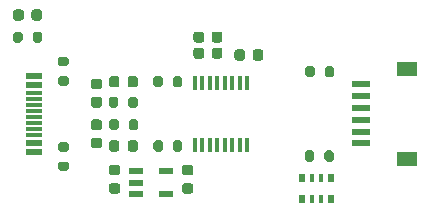
<source format=gbr>
%TF.GenerationSoftware,KiCad,Pcbnew,5.1.10-88a1d61d58~90~ubuntu20.04.1*%
%TF.CreationDate,2021-07-15T12:02:29+05:30*%
%TF.ProjectId,kimchi-uart-adapter,6b696d63-6869-42d7-9561-72742d616461,rev?*%
%TF.SameCoordinates,Original*%
%TF.FileFunction,Paste,Top*%
%TF.FilePolarity,Positive*%
%FSLAX46Y46*%
G04 Gerber Fmt 4.6, Leading zero omitted, Abs format (unit mm)*
G04 Created by KiCad (PCBNEW 5.1.10-88a1d61d58~90~ubuntu20.04.1) date 2021-07-15 12:02:29*
%MOMM*%
%LPD*%
G01*
G04 APERTURE LIST*
%ADD10R,1.450000X0.600000*%
%ADD11R,1.450000X0.300000*%
%ADD12R,0.400000X1.200000*%
%ADD13R,0.500000X0.800000*%
%ADD14R,0.400000X0.800000*%
%ADD15R,1.200000X0.600000*%
%ADD16R,1.550000X0.600000*%
%ADD17R,1.800000X1.200000*%
G04 APERTURE END LIST*
D10*
%TO.C,J1*%
X141045000Y-97130000D03*
X141045000Y-97930000D03*
D11*
X141045000Y-100130000D03*
X141045000Y-99630000D03*
X141045000Y-99130000D03*
X141045000Y-98630000D03*
X141045000Y-100630000D03*
X141045000Y-101130000D03*
X141045000Y-101630000D03*
X141045000Y-102130000D03*
D10*
X141045000Y-102830000D03*
X141045000Y-103630000D03*
%TD*%
D12*
%TO.C,U2*%
X154697500Y-102980000D03*
X155332500Y-102980000D03*
X155967500Y-102980000D03*
X156602500Y-102980000D03*
X157237500Y-102980000D03*
X157872500Y-102980000D03*
X158507500Y-102980000D03*
X159142500Y-102980000D03*
X159142500Y-97780000D03*
X158507500Y-97780000D03*
X157872500Y-97780000D03*
X157237500Y-97780000D03*
X156602500Y-97780000D03*
X155967500Y-97780000D03*
X155332500Y-97780000D03*
X154697500Y-97780000D03*
%TD*%
%TO.C,C4*%
G36*
G01*
X146620000Y-98295000D02*
X146120000Y-98295000D01*
G75*
G02*
X145895000Y-98070000I0J225000D01*
G01*
X145895000Y-97620000D01*
G75*
G02*
X146120000Y-97395000I225000J0D01*
G01*
X146620000Y-97395000D01*
G75*
G02*
X146845000Y-97620000I0J-225000D01*
G01*
X146845000Y-98070000D01*
G75*
G02*
X146620000Y-98295000I-225000J0D01*
G01*
G37*
G36*
G01*
X146620000Y-99845000D02*
X146120000Y-99845000D01*
G75*
G02*
X145895000Y-99620000I0J225000D01*
G01*
X145895000Y-99170000D01*
G75*
G02*
X146120000Y-98945000I225000J0D01*
G01*
X146620000Y-98945000D01*
G75*
G02*
X146845000Y-99170000I0J-225000D01*
G01*
X146845000Y-99620000D01*
G75*
G02*
X146620000Y-99845000I-225000J0D01*
G01*
G37*
%TD*%
D13*
%TO.C,RN1*%
X163790000Y-107610000D03*
D14*
X164590000Y-107610000D03*
D13*
X166190000Y-107610000D03*
D14*
X165390000Y-107610000D03*
D13*
X163790000Y-105810000D03*
D14*
X165390000Y-105810000D03*
X164590000Y-105810000D03*
D13*
X166190000Y-105810000D03*
%TD*%
%TO.C,C1*%
G36*
G01*
X141765000Y-91760000D02*
X141765000Y-92260000D01*
G75*
G02*
X141540000Y-92485000I-225000J0D01*
G01*
X141090000Y-92485000D01*
G75*
G02*
X140865000Y-92260000I0J225000D01*
G01*
X140865000Y-91760000D01*
G75*
G02*
X141090000Y-91535000I225000J0D01*
G01*
X141540000Y-91535000D01*
G75*
G02*
X141765000Y-91760000I0J-225000D01*
G01*
G37*
G36*
G01*
X140215000Y-91760000D02*
X140215000Y-92260000D01*
G75*
G02*
X139990000Y-92485000I-225000J0D01*
G01*
X139540000Y-92485000D01*
G75*
G02*
X139315000Y-92260000I0J225000D01*
G01*
X139315000Y-91760000D01*
G75*
G02*
X139540000Y-91535000I225000J0D01*
G01*
X139990000Y-91535000D01*
G75*
G02*
X140215000Y-91760000I0J-225000D01*
G01*
G37*
%TD*%
%TO.C,C3*%
G36*
G01*
X146120000Y-100852520D02*
X146620000Y-100852520D01*
G75*
G02*
X146845000Y-101077520I0J-225000D01*
G01*
X146845000Y-101527520D01*
G75*
G02*
X146620000Y-101752520I-225000J0D01*
G01*
X146120000Y-101752520D01*
G75*
G02*
X145895000Y-101527520I0J225000D01*
G01*
X145895000Y-101077520D01*
G75*
G02*
X146120000Y-100852520I225000J0D01*
G01*
G37*
G36*
G01*
X146120000Y-102402520D02*
X146620000Y-102402520D01*
G75*
G02*
X146845000Y-102627520I0J-225000D01*
G01*
X146845000Y-103077520D01*
G75*
G02*
X146620000Y-103302520I-225000J0D01*
G01*
X146120000Y-103302520D01*
G75*
G02*
X145895000Y-103077520I0J225000D01*
G01*
X145895000Y-102627520D01*
G75*
G02*
X146120000Y-102402520I225000J0D01*
G01*
G37*
%TD*%
%TO.C,C5*%
G36*
G01*
X147650000Y-106240000D02*
X148150000Y-106240000D01*
G75*
G02*
X148375000Y-106465000I0J-225000D01*
G01*
X148375000Y-106915000D01*
G75*
G02*
X148150000Y-107140000I-225000J0D01*
G01*
X147650000Y-107140000D01*
G75*
G02*
X147425000Y-106915000I0J225000D01*
G01*
X147425000Y-106465000D01*
G75*
G02*
X147650000Y-106240000I225000J0D01*
G01*
G37*
G36*
G01*
X147650000Y-104690000D02*
X148150000Y-104690000D01*
G75*
G02*
X148375000Y-104915000I0J-225000D01*
G01*
X148375000Y-105365000D01*
G75*
G02*
X148150000Y-105590000I-225000J0D01*
G01*
X147650000Y-105590000D01*
G75*
G02*
X147425000Y-105365000I0J225000D01*
G01*
X147425000Y-104915000D01*
G75*
G02*
X147650000Y-104690000I225000J0D01*
G01*
G37*
%TD*%
%TO.C,C6*%
G36*
G01*
X158055000Y-95650000D02*
X158055000Y-95150000D01*
G75*
G02*
X158280000Y-94925000I225000J0D01*
G01*
X158730000Y-94925000D01*
G75*
G02*
X158955000Y-95150000I0J-225000D01*
G01*
X158955000Y-95650000D01*
G75*
G02*
X158730000Y-95875000I-225000J0D01*
G01*
X158280000Y-95875000D01*
G75*
G02*
X158055000Y-95650000I0J225000D01*
G01*
G37*
G36*
G01*
X159605000Y-95650000D02*
X159605000Y-95150000D01*
G75*
G02*
X159830000Y-94925000I225000J0D01*
G01*
X160280000Y-94925000D01*
G75*
G02*
X160505000Y-95150000I0J-225000D01*
G01*
X160505000Y-95650000D01*
G75*
G02*
X160280000Y-95875000I-225000J0D01*
G01*
X159830000Y-95875000D01*
G75*
G02*
X159605000Y-95650000I0J225000D01*
G01*
G37*
%TD*%
%TO.C,C7*%
G36*
G01*
X153840000Y-104695000D02*
X154340000Y-104695000D01*
G75*
G02*
X154565000Y-104920000I0J-225000D01*
G01*
X154565000Y-105370000D01*
G75*
G02*
X154340000Y-105595000I-225000J0D01*
G01*
X153840000Y-105595000D01*
G75*
G02*
X153615000Y-105370000I0J225000D01*
G01*
X153615000Y-104920000D01*
G75*
G02*
X153840000Y-104695000I225000J0D01*
G01*
G37*
G36*
G01*
X153840000Y-106245000D02*
X154340000Y-106245000D01*
G75*
G02*
X154565000Y-106470000I0J-225000D01*
G01*
X154565000Y-106920000D01*
G75*
G02*
X154340000Y-107145000I-225000J0D01*
G01*
X153840000Y-107145000D01*
G75*
G02*
X153615000Y-106920000I0J225000D01*
G01*
X153615000Y-106470000D01*
G75*
G02*
X153840000Y-106245000I225000J0D01*
G01*
G37*
%TD*%
%TO.C,C8*%
G36*
G01*
X157035000Y-93630000D02*
X157035000Y-94130000D01*
G75*
G02*
X156810000Y-94355000I-225000J0D01*
G01*
X156360000Y-94355000D01*
G75*
G02*
X156135000Y-94130000I0J225000D01*
G01*
X156135000Y-93630000D01*
G75*
G02*
X156360000Y-93405000I225000J0D01*
G01*
X156810000Y-93405000D01*
G75*
G02*
X157035000Y-93630000I0J-225000D01*
G01*
G37*
G36*
G01*
X155485000Y-93630000D02*
X155485000Y-94130000D01*
G75*
G02*
X155260000Y-94355000I-225000J0D01*
G01*
X154810000Y-94355000D01*
G75*
G02*
X154585000Y-94130000I0J225000D01*
G01*
X154585000Y-93630000D01*
G75*
G02*
X154810000Y-93405000I225000J0D01*
G01*
X155260000Y-93405000D01*
G75*
G02*
X155485000Y-93630000I0J-225000D01*
G01*
G37*
%TD*%
%TO.C,C9*%
G36*
G01*
X155485000Y-94990000D02*
X155485000Y-95490000D01*
G75*
G02*
X155260000Y-95715000I-225000J0D01*
G01*
X154810000Y-95715000D01*
G75*
G02*
X154585000Y-95490000I0J225000D01*
G01*
X154585000Y-94990000D01*
G75*
G02*
X154810000Y-94765000I225000J0D01*
G01*
X155260000Y-94765000D01*
G75*
G02*
X155485000Y-94990000I0J-225000D01*
G01*
G37*
G36*
G01*
X157035000Y-94990000D02*
X157035000Y-95490000D01*
G75*
G02*
X156810000Y-95715000I-225000J0D01*
G01*
X156360000Y-95715000D01*
G75*
G02*
X156135000Y-95490000I0J225000D01*
G01*
X156135000Y-94990000D01*
G75*
G02*
X156360000Y-94765000I225000J0D01*
G01*
X156810000Y-94765000D01*
G75*
G02*
X157035000Y-94990000I0J-225000D01*
G01*
G37*
%TD*%
%TO.C,D1*%
G36*
G01*
X148310000Y-97403750D02*
X148310000Y-97916250D01*
G75*
G02*
X148091250Y-98135000I-218750J0D01*
G01*
X147653750Y-98135000D01*
G75*
G02*
X147435000Y-97916250I0J218750D01*
G01*
X147435000Y-97403750D01*
G75*
G02*
X147653750Y-97185000I218750J0D01*
G01*
X148091250Y-97185000D01*
G75*
G02*
X148310000Y-97403750I0J-218750D01*
G01*
G37*
G36*
G01*
X149885000Y-97403750D02*
X149885000Y-97916250D01*
G75*
G02*
X149666250Y-98135000I-218750J0D01*
G01*
X149228750Y-98135000D01*
G75*
G02*
X149010000Y-97916250I0J218750D01*
G01*
X149010000Y-97403750D01*
G75*
G02*
X149228750Y-97185000I218750J0D01*
G01*
X149666250Y-97185000D01*
G75*
G02*
X149885000Y-97403750I0J-218750D01*
G01*
G37*
%TD*%
%TO.C,D2*%
G36*
G01*
X149885000Y-102843750D02*
X149885000Y-103356250D01*
G75*
G02*
X149666250Y-103575000I-218750J0D01*
G01*
X149228750Y-103575000D01*
G75*
G02*
X149010000Y-103356250I0J218750D01*
G01*
X149010000Y-102843750D01*
G75*
G02*
X149228750Y-102625000I218750J0D01*
G01*
X149666250Y-102625000D01*
G75*
G02*
X149885000Y-102843750I0J-218750D01*
G01*
G37*
G36*
G01*
X148310000Y-102843750D02*
X148310000Y-103356250D01*
G75*
G02*
X148091250Y-103575000I-218750J0D01*
G01*
X147653750Y-103575000D01*
G75*
G02*
X147435000Y-103356250I0J218750D01*
G01*
X147435000Y-102843750D01*
G75*
G02*
X147653750Y-102625000I218750J0D01*
G01*
X148091250Y-102625000D01*
G75*
G02*
X148310000Y-102843750I0J-218750D01*
G01*
G37*
%TD*%
%TO.C,FB1*%
G36*
G01*
X141765000Y-93605000D02*
X141765000Y-94155000D01*
G75*
G02*
X141565000Y-94355000I-200000J0D01*
G01*
X141165000Y-94355000D01*
G75*
G02*
X140965000Y-94155000I0J200000D01*
G01*
X140965000Y-93605000D01*
G75*
G02*
X141165000Y-93405000I200000J0D01*
G01*
X141565000Y-93405000D01*
G75*
G02*
X141765000Y-93605000I0J-200000D01*
G01*
G37*
G36*
G01*
X140115000Y-93605000D02*
X140115000Y-94155000D01*
G75*
G02*
X139915000Y-94355000I-200000J0D01*
G01*
X139515000Y-94355000D01*
G75*
G02*
X139315000Y-94155000I0J200000D01*
G01*
X139315000Y-93605000D01*
G75*
G02*
X139515000Y-93405000I200000J0D01*
G01*
X139915000Y-93405000D01*
G75*
G02*
X140115000Y-93605000I0J-200000D01*
G01*
G37*
%TD*%
D15*
%TO.C,IC1*%
X149730000Y-105240000D03*
X149730000Y-106190000D03*
X149730000Y-107140000D03*
X152230000Y-107140000D03*
X152230000Y-105240000D03*
%TD*%
D16*
%TO.C,J3*%
X168770000Y-97880000D03*
X168770000Y-102880000D03*
X168770000Y-101880000D03*
X168770000Y-100880000D03*
X168770000Y-99880000D03*
X168770000Y-98880000D03*
D17*
X172645000Y-104180000D03*
X172645000Y-96580000D03*
%TD*%
%TO.C,R1*%
G36*
G01*
X143845000Y-97990000D02*
X143295000Y-97990000D01*
G75*
G02*
X143095000Y-97790000I0J200000D01*
G01*
X143095000Y-97390000D01*
G75*
G02*
X143295000Y-97190000I200000J0D01*
G01*
X143845000Y-97190000D01*
G75*
G02*
X144045000Y-97390000I0J-200000D01*
G01*
X144045000Y-97790000D01*
G75*
G02*
X143845000Y-97990000I-200000J0D01*
G01*
G37*
G36*
G01*
X143845000Y-96340000D02*
X143295000Y-96340000D01*
G75*
G02*
X143095000Y-96140000I0J200000D01*
G01*
X143095000Y-95740000D01*
G75*
G02*
X143295000Y-95540000I200000J0D01*
G01*
X143845000Y-95540000D01*
G75*
G02*
X144045000Y-95740000I0J-200000D01*
G01*
X144045000Y-96140000D01*
G75*
G02*
X143845000Y-96340000I-200000J0D01*
G01*
G37*
%TD*%
%TO.C,R2*%
G36*
G01*
X143295000Y-104415000D02*
X143845000Y-104415000D01*
G75*
G02*
X144045000Y-104615000I0J-200000D01*
G01*
X144045000Y-105015000D01*
G75*
G02*
X143845000Y-105215000I-200000J0D01*
G01*
X143295000Y-105215000D01*
G75*
G02*
X143095000Y-105015000I0J200000D01*
G01*
X143095000Y-104615000D01*
G75*
G02*
X143295000Y-104415000I200000J0D01*
G01*
G37*
G36*
G01*
X143295000Y-102765000D02*
X143845000Y-102765000D01*
G75*
G02*
X144045000Y-102965000I0J-200000D01*
G01*
X144045000Y-103365000D01*
G75*
G02*
X143845000Y-103565000I-200000J0D01*
G01*
X143295000Y-103565000D01*
G75*
G02*
X143095000Y-103365000I0J200000D01*
G01*
X143095000Y-102965000D01*
G75*
G02*
X143295000Y-102765000I200000J0D01*
G01*
G37*
%TD*%
%TO.C,R3*%
G36*
G01*
X148245000Y-101026666D02*
X148245000Y-101576666D01*
G75*
G02*
X148045000Y-101776666I-200000J0D01*
G01*
X147645000Y-101776666D01*
G75*
G02*
X147445000Y-101576666I0J200000D01*
G01*
X147445000Y-101026666D01*
G75*
G02*
X147645000Y-100826666I200000J0D01*
G01*
X148045000Y-100826666D01*
G75*
G02*
X148245000Y-101026666I0J-200000D01*
G01*
G37*
G36*
G01*
X149895000Y-101026666D02*
X149895000Y-101576666D01*
G75*
G02*
X149695000Y-101776666I-200000J0D01*
G01*
X149295000Y-101776666D01*
G75*
G02*
X149095000Y-101576666I0J200000D01*
G01*
X149095000Y-101026666D01*
G75*
G02*
X149295000Y-100826666I200000J0D01*
G01*
X149695000Y-100826666D01*
G75*
G02*
X149895000Y-101026666I0J-200000D01*
G01*
G37*
%TD*%
%TO.C,R4*%
G36*
G01*
X148225000Y-99118333D02*
X148225000Y-99668333D01*
G75*
G02*
X148025000Y-99868333I-200000J0D01*
G01*
X147625000Y-99868333D01*
G75*
G02*
X147425000Y-99668333I0J200000D01*
G01*
X147425000Y-99118333D01*
G75*
G02*
X147625000Y-98918333I200000J0D01*
G01*
X148025000Y-98918333D01*
G75*
G02*
X148225000Y-99118333I0J-200000D01*
G01*
G37*
G36*
G01*
X149875000Y-99118333D02*
X149875000Y-99668333D01*
G75*
G02*
X149675000Y-99868333I-200000J0D01*
G01*
X149275000Y-99868333D01*
G75*
G02*
X149075000Y-99668333I0J200000D01*
G01*
X149075000Y-99118333D01*
G75*
G02*
X149275000Y-98918333I200000J0D01*
G01*
X149675000Y-98918333D01*
G75*
G02*
X149875000Y-99118333I0J-200000D01*
G01*
G37*
%TD*%
%TO.C,R5*%
G36*
G01*
X166460000Y-103673332D02*
X166460000Y-104223332D01*
G75*
G02*
X166260000Y-104423332I-200000J0D01*
G01*
X165860000Y-104423332D01*
G75*
G02*
X165660000Y-104223332I0J200000D01*
G01*
X165660000Y-103673332D01*
G75*
G02*
X165860000Y-103473332I200000J0D01*
G01*
X166260000Y-103473332D01*
G75*
G02*
X166460000Y-103673332I0J-200000D01*
G01*
G37*
G36*
G01*
X164810000Y-103673332D02*
X164810000Y-104223332D01*
G75*
G02*
X164610000Y-104423332I-200000J0D01*
G01*
X164210000Y-104423332D01*
G75*
G02*
X164010000Y-104223332I0J200000D01*
G01*
X164010000Y-103673332D01*
G75*
G02*
X164210000Y-103473332I200000J0D01*
G01*
X164610000Y-103473332D01*
G75*
G02*
X164810000Y-103673332I0J-200000D01*
G01*
G37*
%TD*%
%TO.C,R6*%
G36*
G01*
X166515000Y-96536666D02*
X166515000Y-97086666D01*
G75*
G02*
X166315000Y-97286666I-200000J0D01*
G01*
X165915000Y-97286666D01*
G75*
G02*
X165715000Y-97086666I0J200000D01*
G01*
X165715000Y-96536666D01*
G75*
G02*
X165915000Y-96336666I200000J0D01*
G01*
X166315000Y-96336666D01*
G75*
G02*
X166515000Y-96536666I0J-200000D01*
G01*
G37*
G36*
G01*
X164865000Y-96536666D02*
X164865000Y-97086666D01*
G75*
G02*
X164665000Y-97286666I-200000J0D01*
G01*
X164265000Y-97286666D01*
G75*
G02*
X164065000Y-97086666I0J200000D01*
G01*
X164065000Y-96536666D01*
G75*
G02*
X164265000Y-96336666I200000J0D01*
G01*
X164665000Y-96336666D01*
G75*
G02*
X164865000Y-96536666I0J-200000D01*
G01*
G37*
%TD*%
%TO.C,R7*%
G36*
G01*
X151985000Y-97385000D02*
X151985000Y-97935000D01*
G75*
G02*
X151785000Y-98135000I-200000J0D01*
G01*
X151385000Y-98135000D01*
G75*
G02*
X151185000Y-97935000I0J200000D01*
G01*
X151185000Y-97385000D01*
G75*
G02*
X151385000Y-97185000I200000J0D01*
G01*
X151785000Y-97185000D01*
G75*
G02*
X151985000Y-97385000I0J-200000D01*
G01*
G37*
G36*
G01*
X153635000Y-97385000D02*
X153635000Y-97935000D01*
G75*
G02*
X153435000Y-98135000I-200000J0D01*
G01*
X153035000Y-98135000D01*
G75*
G02*
X152835000Y-97935000I0J200000D01*
G01*
X152835000Y-97385000D01*
G75*
G02*
X153035000Y-97185000I200000J0D01*
G01*
X153435000Y-97185000D01*
G75*
G02*
X153635000Y-97385000I0J-200000D01*
G01*
G37*
%TD*%
%TO.C,R8*%
G36*
G01*
X151195000Y-103375000D02*
X151195000Y-102825000D01*
G75*
G02*
X151395000Y-102625000I200000J0D01*
G01*
X151795000Y-102625000D01*
G75*
G02*
X151995000Y-102825000I0J-200000D01*
G01*
X151995000Y-103375000D01*
G75*
G02*
X151795000Y-103575000I-200000J0D01*
G01*
X151395000Y-103575000D01*
G75*
G02*
X151195000Y-103375000I0J200000D01*
G01*
G37*
G36*
G01*
X152845000Y-103375000D02*
X152845000Y-102825000D01*
G75*
G02*
X153045000Y-102625000I200000J0D01*
G01*
X153445000Y-102625000D01*
G75*
G02*
X153645000Y-102825000I0J-200000D01*
G01*
X153645000Y-103375000D01*
G75*
G02*
X153445000Y-103575000I-200000J0D01*
G01*
X153045000Y-103575000D01*
G75*
G02*
X152845000Y-103375000I0J200000D01*
G01*
G37*
%TD*%
M02*

</source>
